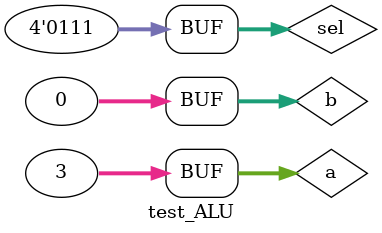
<source format=v>
`timescale 1s / 1s
module test_ALU;

//Operands
reg[31:0] a, b;

//Select
reg[3:0] sel;

//Result
wire[31:0] result;
wire zero;

//Instantiate in Unit Under Test
ALU uut (
.data1(a),
.data2(b),
.ALUc(sel),
.result(result),
.zero(zero)
);

initial begin
a = 32'd5; b = 32'd7;
sel = 4'b0010;
#5 sel = 4'b0110; a = 32'd6; b = 32'd2;
#5 sel = 4'b0111; a = 32'd3; b = 32'd8;
#5 b = 32'd0;
end

endmodule

</source>
